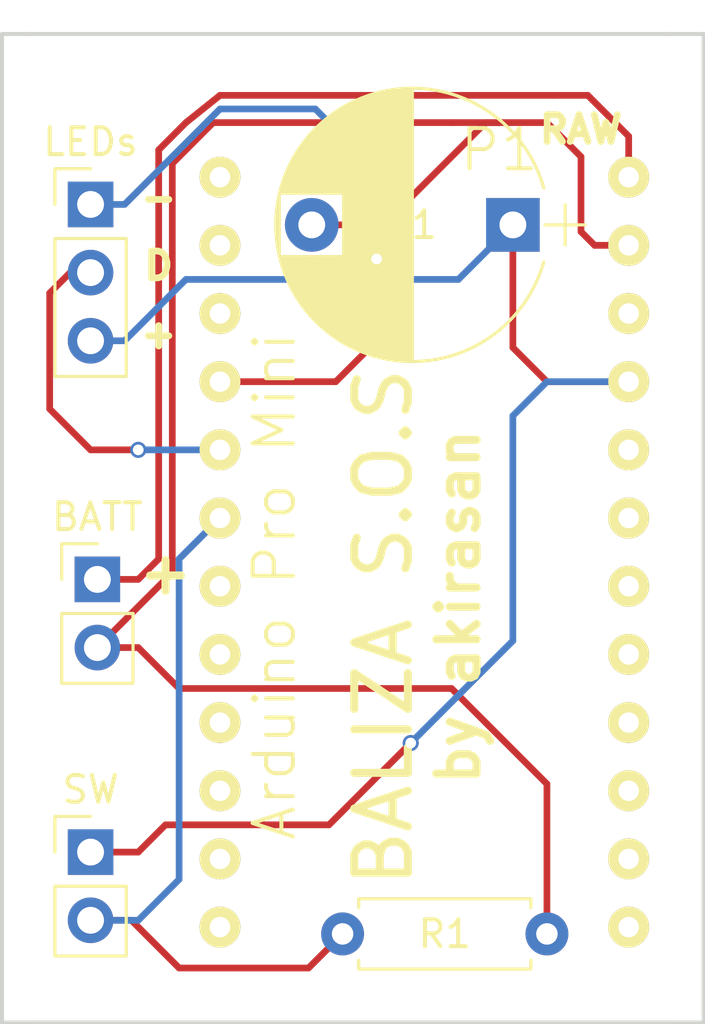
<source format=kicad_pcb>
(kicad_pcb (version 4) (host pcbnew 4.0.7-e2-6376~58~ubuntu16.04.1)

  (general
    (links 11)
    (no_connects 0)
    (area 143.434999 104.198 169.747001 142.577)
    (thickness 1.6)
    (drawings 16)
    (tracks 67)
    (zones 0)
    (modules 6)
    (nets 7)
  )

  (page A4)
  (title_block
    (title "Baliza vial SOS")
  )

  (layers
    (0 F.Cu signal)
    (31 B.Cu signal)
    (32 B.Adhes user)
    (33 F.Adhes user)
    (34 B.Paste user)
    (35 F.Paste user)
    (36 B.SilkS user)
    (37 F.SilkS user)
    (38 B.Mask user)
    (39 F.Mask user)
    (40 Dwgs.User user)
    (41 Cmts.User user)
    (42 Eco1.User user)
    (43 Eco2.User user)
    (44 Edge.Cuts user)
    (45 Margin user)
    (46 B.CrtYd user)
    (47 F.CrtYd user)
    (48 B.Fab user)
    (49 F.Fab user)
  )

  (setup
    (last_trace_width 0.25)
    (user_trace_width 0.4)
    (trace_clearance 0.2)
    (zone_clearance 0.508)
    (zone_45_only no)
    (trace_min 0.2)
    (segment_width 0.2)
    (edge_width 0.15)
    (via_size 0.6)
    (via_drill 0.4)
    (via_min_size 0.4)
    (via_min_drill 0.3)
    (uvia_size 0.3)
    (uvia_drill 0.1)
    (uvias_allowed no)
    (uvia_min_size 0.2)
    (uvia_min_drill 0.1)
    (pcb_text_width 0.3)
    (pcb_text_size 1.5 1.5)
    (mod_edge_width 0.15)
    (mod_text_size 1 1)
    (mod_text_width 0.15)
    (pad_size 1.524 1.524)
    (pad_drill 0.762)
    (pad_to_mask_clearance 0.2)
    (aux_axis_origin 0 0)
    (visible_elements FFFFFF7F)
    (pcbplotparams
      (layerselection 0x010f0_80000001)
      (usegerberextensions true)
      (excludeedgelayer true)
      (linewidth 0.020000)
      (plotframeref false)
      (viasonmask false)
      (mode 1)
      (useauxorigin false)
      (hpglpennumber 1)
      (hpglpenspeed 20)
      (hpglpendiameter 15)
      (hpglpenoverlay 2)
      (psnegative false)
      (psa4output false)
      (plotreference true)
      (plotvalue false)
      (plotinvisibletext false)
      (padsonsilk false)
      (subtractmaskfromsilk false)
      (outputformat 1)
      (mirror false)
      (drillshape 0)
      (scaleselection 1)
      (outputdirectory Gerber))
  )

  (net 0 "")
  (net 1 "Net-(C1-Pad1)")
  (net 2 "Net-(J1-Pad1)")
  (net 3 "Net-(J1-Pad2)")
  (net 4 VCC)
  (net 5 GND)
  (net 6 "Net-(J3-Pad2)")

  (net_class Default "This is the default net class."
    (clearance 0.2)
    (trace_width 0.25)
    (via_dia 0.6)
    (via_drill 0.4)
    (uvia_dia 0.3)
    (uvia_drill 0.1)
    (add_net GND)
    (add_net "Net-(C1-Pad1)")
    (add_net "Net-(J1-Pad1)")
    (add_net "Net-(J1-Pad2)")
    (add_net "Net-(J3-Pad2)")
    (add_net VCC)
  )

  (module ArduinoProMini:ArduProMini-6 (layer F.Cu) (tedit 5A4E5931) (tstamp 5A4E4996)
    (at 149.098 104.648)
    (path /5A4B8CEC)
    (fp_text reference P1 (at 12.954 5.334) (layer F.SilkS)
      (effects (font (size 1.5 1.5) (thickness 0.15)))
    )
    (fp_text value "Arduino Pro Mini" (at 4.572 21.59 90) (layer F.SilkS)
      (effects (font (size 1.5 1.5) (thickness 0.15)))
    )
    (pad 7 thru_hole circle (at 2.54 6.35) (size 1.524 1.524) (drill 0.762) (layers *.Cu *.Mask F.SilkS))
    (pad 8 thru_hole circle (at 2.54 8.89) (size 1.524 1.524) (drill 0.762) (layers *.Cu *.Mask F.SilkS))
    (pad 9 thru_hole circle (at 2.54 11.43) (size 1.524 1.524) (drill 0.762) (layers *.Cu *.Mask F.SilkS))
    (pad 10 thru_hole circle (at 2.54 13.97) (size 1.524 1.524) (drill 0.762) (layers *.Cu *.Mask F.SilkS)
      (net 2 "Net-(J1-Pad1)"))
    (pad 11 thru_hole circle (at 2.54 16.51) (size 1.524 1.524) (drill 0.762) (layers *.Cu *.Mask F.SilkS)
      (net 3 "Net-(J1-Pad2)"))
    (pad 12 thru_hole circle (at 2.54 19.05) (size 1.524 1.524) (drill 0.762) (layers *.Cu *.Mask F.SilkS)
      (net 6 "Net-(J3-Pad2)"))
    (pad 13 thru_hole circle (at 2.54 21.59) (size 1.524 1.524) (drill 0.762) (layers *.Cu *.Mask F.SilkS))
    (pad 14 thru_hole circle (at 2.54 24.13) (size 1.524 1.524) (drill 0.762) (layers *.Cu *.Mask F.SilkS))
    (pad 15 thru_hole circle (at 2.54 26.67) (size 1.524 1.524) (drill 0.762) (layers *.Cu *.Mask F.SilkS))
    (pad 16 thru_hole circle (at 2.54 29.21) (size 1.524 1.524) (drill 0.762) (layers *.Cu *.Mask F.SilkS))
    (pad 17 thru_hole circle (at 2.54 31.75) (size 1.524 1.524) (drill 0.762) (layers *.Cu *.Mask F.SilkS))
    (pad 18 thru_hole circle (at 2.54 34.29) (size 1.524 1.524) (drill 0.762) (layers *.Cu *.Mask F.SilkS))
    (pad 19 thru_hole circle (at 17.78 6.35) (size 1.524 1.524) (drill 0.762) (layers *.Cu *.Mask F.SilkS)
      (net 4 VCC))
    (pad 20 thru_hole circle (at 17.78 8.89) (size 1.524 1.524) (drill 0.762) (layers *.Cu *.Mask F.SilkS)
      (net 5 GND))
    (pad 21 thru_hole circle (at 17.78 11.43) (size 1.524 1.524) (drill 0.762) (layers *.Cu *.Mask F.SilkS))
    (pad 22 thru_hole circle (at 17.78 13.97) (size 1.524 1.524) (drill 0.762) (layers *.Cu *.Mask F.SilkS)
      (net 1 "Net-(C1-Pad1)"))
    (pad 23 thru_hole circle (at 17.78 16.51) (size 1.524 1.524) (drill 0.762) (layers *.Cu *.Mask F.SilkS))
    (pad 24 thru_hole circle (at 17.78 19.05) (size 1.524 1.524) (drill 0.762) (layers *.Cu *.Mask F.SilkS))
    (pad 25 thru_hole circle (at 17.78 21.59) (size 1.524 1.524) (drill 0.762) (layers *.Cu *.Mask F.SilkS))
    (pad 26 thru_hole circle (at 17.78 24.13) (size 1.524 1.524) (drill 0.762) (layers *.Cu *.Mask F.SilkS))
    (pad 27 thru_hole circle (at 17.78 26.67) (size 1.524 1.524) (drill 0.762) (layers *.Cu *.Mask F.SilkS))
    (pad 28 thru_hole circle (at 17.78 29.21) (size 1.524 1.524) (drill 0.762) (layers *.Cu *.Mask F.SilkS))
    (pad 29 thru_hole circle (at 17.78 31.75) (size 1.524 1.524) (drill 0.762) (layers *.Cu *.Mask F.SilkS))
    (pad 30 thru_hole circle (at 17.78 34.29) (size 1.524 1.524) (drill 0.762) (layers *.Cu *.Mask F.SilkS))
  )

  (module Capacitors_THT:CP_Radial_D10.0mm_P7.50mm (layer F.Cu) (tedit 5A4E596D) (tstamp 5A4E3BF6)
    (at 162.56 112.776 180)
    (descr "CP, Radial series, Radial, pin pitch=7.50mm, , diameter=10mm, Electrolytic Capacitor")
    (tags "CP Radial series Radial pin pitch 7.50mm  diameter 10mm Electrolytic Capacitor")
    (path /5A4B8F88)
    (fp_text reference C1 (at 3.81 0 180) (layer F.SilkS)
      (effects (font (size 1 1) (thickness 0.15)))
    )
    (fp_text value CP (at 3.75 6.31 180) (layer F.Fab)
      (effects (font (size 1 1) (thickness 0.15)))
    )
    (fp_arc (start 3.75 0) (end -1.149357 -1.38) (angle 148.5) (layer F.SilkS) (width 0.12))
    (fp_arc (start 3.75 0) (end -1.149357 1.38) (angle -148.5) (layer F.SilkS) (width 0.12))
    (fp_arc (start 3.75 0) (end 8.649357 -1.38) (angle 31.5) (layer F.SilkS) (width 0.12))
    (fp_circle (center 3.75 0) (end 8.75 0) (layer F.Fab) (width 0.1))
    (fp_line (start -2.7 0) (end -1.2 0) (layer F.Fab) (width 0.1))
    (fp_line (start -1.95 -0.75) (end -1.95 0.75) (layer F.Fab) (width 0.1))
    (fp_line (start 3.75 -5.05) (end 3.75 5.05) (layer F.SilkS) (width 0.12))
    (fp_line (start 3.79 -5.05) (end 3.79 5.05) (layer F.SilkS) (width 0.12))
    (fp_line (start 3.83 -5.05) (end 3.83 5.05) (layer F.SilkS) (width 0.12))
    (fp_line (start 3.87 -5.049) (end 3.87 5.049) (layer F.SilkS) (width 0.12))
    (fp_line (start 3.91 -5.048) (end 3.91 5.048) (layer F.SilkS) (width 0.12))
    (fp_line (start 3.95 -5.047) (end 3.95 5.047) (layer F.SilkS) (width 0.12))
    (fp_line (start 3.99 -5.045) (end 3.99 5.045) (layer F.SilkS) (width 0.12))
    (fp_line (start 4.03 -5.043) (end 4.03 5.043) (layer F.SilkS) (width 0.12))
    (fp_line (start 4.07 -5.04) (end 4.07 5.04) (layer F.SilkS) (width 0.12))
    (fp_line (start 4.11 -5.038) (end 4.11 5.038) (layer F.SilkS) (width 0.12))
    (fp_line (start 4.15 -5.035) (end 4.15 5.035) (layer F.SilkS) (width 0.12))
    (fp_line (start 4.19 -5.031) (end 4.19 5.031) (layer F.SilkS) (width 0.12))
    (fp_line (start 4.23 -5.028) (end 4.23 5.028) (layer F.SilkS) (width 0.12))
    (fp_line (start 4.27 -5.024) (end 4.27 5.024) (layer F.SilkS) (width 0.12))
    (fp_line (start 4.31 -5.02) (end 4.31 5.02) (layer F.SilkS) (width 0.12))
    (fp_line (start 4.35 -5.015) (end 4.35 5.015) (layer F.SilkS) (width 0.12))
    (fp_line (start 4.39 -5.01) (end 4.39 5.01) (layer F.SilkS) (width 0.12))
    (fp_line (start 4.43 -5.005) (end 4.43 5.005) (layer F.SilkS) (width 0.12))
    (fp_line (start 4.471 -4.999) (end 4.471 4.999) (layer F.SilkS) (width 0.12))
    (fp_line (start 4.511 -4.993) (end 4.511 4.993) (layer F.SilkS) (width 0.12))
    (fp_line (start 4.551 -4.987) (end 4.551 4.987) (layer F.SilkS) (width 0.12))
    (fp_line (start 4.591 -4.981) (end 4.591 4.981) (layer F.SilkS) (width 0.12))
    (fp_line (start 4.631 -4.974) (end 4.631 4.974) (layer F.SilkS) (width 0.12))
    (fp_line (start 4.671 -4.967) (end 4.671 4.967) (layer F.SilkS) (width 0.12))
    (fp_line (start 4.711 -4.959) (end 4.711 4.959) (layer F.SilkS) (width 0.12))
    (fp_line (start 4.751 -4.951) (end 4.751 4.951) (layer F.SilkS) (width 0.12))
    (fp_line (start 4.791 -4.943) (end 4.791 4.943) (layer F.SilkS) (width 0.12))
    (fp_line (start 4.831 -4.935) (end 4.831 4.935) (layer F.SilkS) (width 0.12))
    (fp_line (start 4.871 -4.926) (end 4.871 4.926) (layer F.SilkS) (width 0.12))
    (fp_line (start 4.911 -4.917) (end 4.911 4.917) (layer F.SilkS) (width 0.12))
    (fp_line (start 4.951 -4.907) (end 4.951 4.907) (layer F.SilkS) (width 0.12))
    (fp_line (start 4.991 -4.897) (end 4.991 4.897) (layer F.SilkS) (width 0.12))
    (fp_line (start 5.031 -4.887) (end 5.031 4.887) (layer F.SilkS) (width 0.12))
    (fp_line (start 5.071 -4.876) (end 5.071 4.876) (layer F.SilkS) (width 0.12))
    (fp_line (start 5.111 -4.865) (end 5.111 4.865) (layer F.SilkS) (width 0.12))
    (fp_line (start 5.151 -4.854) (end 5.151 4.854) (layer F.SilkS) (width 0.12))
    (fp_line (start 5.191 -4.843) (end 5.191 4.843) (layer F.SilkS) (width 0.12))
    (fp_line (start 5.231 -4.831) (end 5.231 4.831) (layer F.SilkS) (width 0.12))
    (fp_line (start 5.271 -4.818) (end 5.271 4.818) (layer F.SilkS) (width 0.12))
    (fp_line (start 5.311 -4.806) (end 5.311 4.806) (layer F.SilkS) (width 0.12))
    (fp_line (start 5.351 -4.792) (end 5.351 4.792) (layer F.SilkS) (width 0.12))
    (fp_line (start 5.391 -4.779) (end 5.391 4.779) (layer F.SilkS) (width 0.12))
    (fp_line (start 5.431 -4.765) (end 5.431 4.765) (layer F.SilkS) (width 0.12))
    (fp_line (start 5.471 -4.751) (end 5.471 4.751) (layer F.SilkS) (width 0.12))
    (fp_line (start 5.511 -4.737) (end 5.511 4.737) (layer F.SilkS) (width 0.12))
    (fp_line (start 5.551 -4.722) (end 5.551 4.722) (layer F.SilkS) (width 0.12))
    (fp_line (start 5.591 -4.706) (end 5.591 4.706) (layer F.SilkS) (width 0.12))
    (fp_line (start 5.631 -4.691) (end 5.631 4.691) (layer F.SilkS) (width 0.12))
    (fp_line (start 5.671 -4.674) (end 5.671 4.674) (layer F.SilkS) (width 0.12))
    (fp_line (start 5.711 -4.658) (end 5.711 4.658) (layer F.SilkS) (width 0.12))
    (fp_line (start 5.751 -4.641) (end 5.751 4.641) (layer F.SilkS) (width 0.12))
    (fp_line (start 5.791 -4.624) (end 5.791 4.624) (layer F.SilkS) (width 0.12))
    (fp_line (start 5.831 -4.606) (end 5.831 4.606) (layer F.SilkS) (width 0.12))
    (fp_line (start 5.871 -4.588) (end 5.871 4.588) (layer F.SilkS) (width 0.12))
    (fp_line (start 5.911 -4.569) (end 5.911 4.569) (layer F.SilkS) (width 0.12))
    (fp_line (start 5.951 -4.55) (end 5.951 4.55) (layer F.SilkS) (width 0.12))
    (fp_line (start 5.991 -4.531) (end 5.991 4.531) (layer F.SilkS) (width 0.12))
    (fp_line (start 6.031 -4.511) (end 6.031 4.511) (layer F.SilkS) (width 0.12))
    (fp_line (start 6.071 -4.491) (end 6.071 4.491) (layer F.SilkS) (width 0.12))
    (fp_line (start 6.111 -4.47) (end 6.111 4.47) (layer F.SilkS) (width 0.12))
    (fp_line (start 6.151 -4.449) (end 6.151 4.449) (layer F.SilkS) (width 0.12))
    (fp_line (start 6.191 -4.428) (end 6.191 4.428) (layer F.SilkS) (width 0.12))
    (fp_line (start 6.231 -4.405) (end 6.231 4.405) (layer F.SilkS) (width 0.12))
    (fp_line (start 6.271 -4.383) (end 6.271 4.383) (layer F.SilkS) (width 0.12))
    (fp_line (start 6.311 -4.36) (end 6.311 4.36) (layer F.SilkS) (width 0.12))
    (fp_line (start 6.351 -4.336) (end 6.351 -1.181) (layer F.SilkS) (width 0.12))
    (fp_line (start 6.351 1.181) (end 6.351 4.336) (layer F.SilkS) (width 0.12))
    (fp_line (start 6.391 -4.312) (end 6.391 -1.181) (layer F.SilkS) (width 0.12))
    (fp_line (start 6.391 1.181) (end 6.391 4.312) (layer F.SilkS) (width 0.12))
    (fp_line (start 6.431 -4.288) (end 6.431 -1.181) (layer F.SilkS) (width 0.12))
    (fp_line (start 6.431 1.181) (end 6.431 4.288) (layer F.SilkS) (width 0.12))
    (fp_line (start 6.471 -4.263) (end 6.471 -1.181) (layer F.SilkS) (width 0.12))
    (fp_line (start 6.471 1.181) (end 6.471 4.263) (layer F.SilkS) (width 0.12))
    (fp_line (start 6.511 -4.237) (end 6.511 -1.181) (layer F.SilkS) (width 0.12))
    (fp_line (start 6.511 1.181) (end 6.511 4.237) (layer F.SilkS) (width 0.12))
    (fp_line (start 6.551 -4.211) (end 6.551 -1.181) (layer F.SilkS) (width 0.12))
    (fp_line (start 6.551 1.181) (end 6.551 4.211) (layer F.SilkS) (width 0.12))
    (fp_line (start 6.591 -4.185) (end 6.591 -1.181) (layer F.SilkS) (width 0.12))
    (fp_line (start 6.591 1.181) (end 6.591 4.185) (layer F.SilkS) (width 0.12))
    (fp_line (start 6.631 -4.157) (end 6.631 -1.181) (layer F.SilkS) (width 0.12))
    (fp_line (start 6.631 1.181) (end 6.631 4.157) (layer F.SilkS) (width 0.12))
    (fp_line (start 6.671 -4.13) (end 6.671 -1.181) (layer F.SilkS) (width 0.12))
    (fp_line (start 6.671 1.181) (end 6.671 4.13) (layer F.SilkS) (width 0.12))
    (fp_line (start 6.711 -4.101) (end 6.711 -1.181) (layer F.SilkS) (width 0.12))
    (fp_line (start 6.711 1.181) (end 6.711 4.101) (layer F.SilkS) (width 0.12))
    (fp_line (start 6.751 -4.072) (end 6.751 -1.181) (layer F.SilkS) (width 0.12))
    (fp_line (start 6.751 1.181) (end 6.751 4.072) (layer F.SilkS) (width 0.12))
    (fp_line (start 6.791 -4.043) (end 6.791 -1.181) (layer F.SilkS) (width 0.12))
    (fp_line (start 6.791 1.181) (end 6.791 4.043) (layer F.SilkS) (width 0.12))
    (fp_line (start 6.831 -4.013) (end 6.831 -1.181) (layer F.SilkS) (width 0.12))
    (fp_line (start 6.831 1.181) (end 6.831 4.013) (layer F.SilkS) (width 0.12))
    (fp_line (start 6.871 -3.982) (end 6.871 -1.181) (layer F.SilkS) (width 0.12))
    (fp_line (start 6.871 1.181) (end 6.871 3.982) (layer F.SilkS) (width 0.12))
    (fp_line (start 6.911 -3.951) (end 6.911 -1.181) (layer F.SilkS) (width 0.12))
    (fp_line (start 6.911 1.181) (end 6.911 3.951) (layer F.SilkS) (width 0.12))
    (fp_line (start 6.951 -3.919) (end 6.951 -1.181) (layer F.SilkS) (width 0.12))
    (fp_line (start 6.951 1.181) (end 6.951 3.919) (layer F.SilkS) (width 0.12))
    (fp_line (start 6.991 -3.886) (end 6.991 -1.181) (layer F.SilkS) (width 0.12))
    (fp_line (start 6.991 1.181) (end 6.991 3.886) (layer F.SilkS) (width 0.12))
    (fp_line (start 7.031 -3.853) (end 7.031 -1.181) (layer F.SilkS) (width 0.12))
    (fp_line (start 7.031 1.181) (end 7.031 3.853) (layer F.SilkS) (width 0.12))
    (fp_line (start 7.071 -3.819) (end 7.071 -1.181) (layer F.SilkS) (width 0.12))
    (fp_line (start 7.071 1.181) (end 7.071 3.819) (layer F.SilkS) (width 0.12))
    (fp_line (start 7.111 -3.784) (end 7.111 -1.181) (layer F.SilkS) (width 0.12))
    (fp_line (start 7.111 1.181) (end 7.111 3.784) (layer F.SilkS) (width 0.12))
    (fp_line (start 7.151 -3.748) (end 7.151 -1.181) (layer F.SilkS) (width 0.12))
    (fp_line (start 7.151 1.181) (end 7.151 3.748) (layer F.SilkS) (width 0.12))
    (fp_line (start 7.191 -3.712) (end 7.191 -1.181) (layer F.SilkS) (width 0.12))
    (fp_line (start 7.191 1.181) (end 7.191 3.712) (layer F.SilkS) (width 0.12))
    (fp_line (start 7.231 -3.675) (end 7.231 -1.181) (layer F.SilkS) (width 0.12))
    (fp_line (start 7.231 1.181) (end 7.231 3.675) (layer F.SilkS) (width 0.12))
    (fp_line (start 7.271 -3.637) (end 7.271 -1.181) (layer F.SilkS) (width 0.12))
    (fp_line (start 7.271 1.181) (end 7.271 3.637) (layer F.SilkS) (width 0.12))
    (fp_line (start 7.311 -3.598) (end 7.311 -1.181) (layer F.SilkS) (width 0.12))
    (fp_line (start 7.311 1.181) (end 7.311 3.598) (layer F.SilkS) (width 0.12))
    (fp_line (start 7.351 -3.559) (end 7.351 -1.181) (layer F.SilkS) (width 0.12))
    (fp_line (start 7.351 1.181) (end 7.351 3.559) (layer F.SilkS) (width 0.12))
    (fp_line (start 7.391 -3.518) (end 7.391 -1.181) (layer F.SilkS) (width 0.12))
    (fp_line (start 7.391 1.181) (end 7.391 3.518) (layer F.SilkS) (width 0.12))
    (fp_line (start 7.431 -3.477) (end 7.431 -1.181) (layer F.SilkS) (width 0.12))
    (fp_line (start 7.431 1.181) (end 7.431 3.477) (layer F.SilkS) (width 0.12))
    (fp_line (start 7.471 -3.435) (end 7.471 -1.181) (layer F.SilkS) (width 0.12))
    (fp_line (start 7.471 1.181) (end 7.471 3.435) (layer F.SilkS) (width 0.12))
    (fp_line (start 7.511 -3.391) (end 7.511 -1.181) (layer F.SilkS) (width 0.12))
    (fp_line (start 7.511 1.181) (end 7.511 3.391) (layer F.SilkS) (width 0.12))
    (fp_line (start 7.551 -3.347) (end 7.551 -1.181) (layer F.SilkS) (width 0.12))
    (fp_line (start 7.551 1.181) (end 7.551 3.347) (layer F.SilkS) (width 0.12))
    (fp_line (start 7.591 -3.302) (end 7.591 -1.181) (layer F.SilkS) (width 0.12))
    (fp_line (start 7.591 1.181) (end 7.591 3.302) (layer F.SilkS) (width 0.12))
    (fp_line (start 7.631 -3.255) (end 7.631 -1.181) (layer F.SilkS) (width 0.12))
    (fp_line (start 7.631 1.181) (end 7.631 3.255) (layer F.SilkS) (width 0.12))
    (fp_line (start 7.671 -3.207) (end 7.671 -1.181) (layer F.SilkS) (width 0.12))
    (fp_line (start 7.671 1.181) (end 7.671 3.207) (layer F.SilkS) (width 0.12))
    (fp_line (start 7.711 -3.158) (end 7.711 -1.181) (layer F.SilkS) (width 0.12))
    (fp_line (start 7.711 1.181) (end 7.711 3.158) (layer F.SilkS) (width 0.12))
    (fp_line (start 7.751 -3.108) (end 7.751 -1.181) (layer F.SilkS) (width 0.12))
    (fp_line (start 7.751 1.181) (end 7.751 3.108) (layer F.SilkS) (width 0.12))
    (fp_line (start 7.791 -3.057) (end 7.791 -1.181) (layer F.SilkS) (width 0.12))
    (fp_line (start 7.791 1.181) (end 7.791 3.057) (layer F.SilkS) (width 0.12))
    (fp_line (start 7.831 -3.004) (end 7.831 -1.181) (layer F.SilkS) (width 0.12))
    (fp_line (start 7.831 1.181) (end 7.831 3.004) (layer F.SilkS) (width 0.12))
    (fp_line (start 7.871 -2.949) (end 7.871 -1.181) (layer F.SilkS) (width 0.12))
    (fp_line (start 7.871 1.181) (end 7.871 2.949) (layer F.SilkS) (width 0.12))
    (fp_line (start 7.911 -2.894) (end 7.911 -1.181) (layer F.SilkS) (width 0.12))
    (fp_line (start 7.911 1.181) (end 7.911 2.894) (layer F.SilkS) (width 0.12))
    (fp_line (start 7.951 -2.836) (end 7.951 -1.181) (layer F.SilkS) (width 0.12))
    (fp_line (start 7.951 1.181) (end 7.951 2.836) (layer F.SilkS) (width 0.12))
    (fp_line (start 7.991 -2.777) (end 7.991 -1.181) (layer F.SilkS) (width 0.12))
    (fp_line (start 7.991 1.181) (end 7.991 2.777) (layer F.SilkS) (width 0.12))
    (fp_line (start 8.031 -2.715) (end 8.031 -1.181) (layer F.SilkS) (width 0.12))
    (fp_line (start 8.031 1.181) (end 8.031 2.715) (layer F.SilkS) (width 0.12))
    (fp_line (start 8.071 -2.652) (end 8.071 -1.181) (layer F.SilkS) (width 0.12))
    (fp_line (start 8.071 1.181) (end 8.071 2.652) (layer F.SilkS) (width 0.12))
    (fp_line (start 8.111 -2.587) (end 8.111 -1.181) (layer F.SilkS) (width 0.12))
    (fp_line (start 8.111 1.181) (end 8.111 2.587) (layer F.SilkS) (width 0.12))
    (fp_line (start 8.151 -2.519) (end 8.151 -1.181) (layer F.SilkS) (width 0.12))
    (fp_line (start 8.151 1.181) (end 8.151 2.519) (layer F.SilkS) (width 0.12))
    (fp_line (start 8.191 -2.449) (end 8.191 -1.181) (layer F.SilkS) (width 0.12))
    (fp_line (start 8.191 1.181) (end 8.191 2.449) (layer F.SilkS) (width 0.12))
    (fp_line (start 8.231 -2.377) (end 8.231 -1.181) (layer F.SilkS) (width 0.12))
    (fp_line (start 8.231 1.181) (end 8.231 2.377) (layer F.SilkS) (width 0.12))
    (fp_line (start 8.271 -2.301) (end 8.271 -1.181) (layer F.SilkS) (width 0.12))
    (fp_line (start 8.271 1.181) (end 8.271 2.301) (layer F.SilkS) (width 0.12))
    (fp_line (start 8.311 -2.222) (end 8.311 -1.181) (layer F.SilkS) (width 0.12))
    (fp_line (start 8.311 1.181) (end 8.311 2.222) (layer F.SilkS) (width 0.12))
    (fp_line (start 8.351 -2.14) (end 8.351 -1.181) (layer F.SilkS) (width 0.12))
    (fp_line (start 8.351 1.181) (end 8.351 2.14) (layer F.SilkS) (width 0.12))
    (fp_line (start 8.391 -2.053) (end 8.391 -1.181) (layer F.SilkS) (width 0.12))
    (fp_line (start 8.391 1.181) (end 8.391 2.053) (layer F.SilkS) (width 0.12))
    (fp_line (start 8.431 -1.962) (end 8.431 -1.181) (layer F.SilkS) (width 0.12))
    (fp_line (start 8.431 1.181) (end 8.431 1.962) (layer F.SilkS) (width 0.12))
    (fp_line (start 8.471 -1.866) (end 8.471 -1.181) (layer F.SilkS) (width 0.12))
    (fp_line (start 8.471 1.181) (end 8.471 1.866) (layer F.SilkS) (width 0.12))
    (fp_line (start 8.511 -1.763) (end 8.511 -1.181) (layer F.SilkS) (width 0.12))
    (fp_line (start 8.511 1.181) (end 8.511 1.763) (layer F.SilkS) (width 0.12))
    (fp_line (start 8.551 -1.654) (end 8.551 -1.181) (layer F.SilkS) (width 0.12))
    (fp_line (start 8.551 1.181) (end 8.551 1.654) (layer F.SilkS) (width 0.12))
    (fp_line (start 8.591 -1.536) (end 8.591 -1.181) (layer F.SilkS) (width 0.12))
    (fp_line (start 8.591 1.181) (end 8.591 1.536) (layer F.SilkS) (width 0.12))
    (fp_line (start 8.631 -1.407) (end 8.631 -1.181) (layer F.SilkS) (width 0.12))
    (fp_line (start 8.631 1.181) (end 8.631 1.407) (layer F.SilkS) (width 0.12))
    (fp_line (start 8.671 -1.265) (end 8.671 -1.181) (layer F.SilkS) (width 0.12))
    (fp_line (start 8.671 1.181) (end 8.671 1.265) (layer F.SilkS) (width 0.12))
    (fp_line (start 8.711 -1.104) (end 8.711 1.104) (layer F.SilkS) (width 0.12))
    (fp_line (start 8.751 -0.913) (end 8.751 0.913) (layer F.SilkS) (width 0.12))
    (fp_line (start 8.791 -0.672) (end 8.791 0.672) (layer F.SilkS) (width 0.12))
    (fp_line (start 8.831 -0.279) (end 8.831 0.279) (layer F.SilkS) (width 0.12))
    (fp_line (start -2.7 0) (end -1.2 0) (layer F.SilkS) (width 0.12))
    (fp_line (start -1.95 -0.75) (end -1.95 0.75) (layer F.SilkS) (width 0.12))
    (fp_line (start -1.6 -5.35) (end -1.6 5.35) (layer F.CrtYd) (width 0.05))
    (fp_line (start -1.6 5.35) (end 9.1 5.35) (layer F.CrtYd) (width 0.05))
    (fp_line (start 9.1 5.35) (end 9.1 -5.35) (layer F.CrtYd) (width 0.05))
    (fp_line (start 9.1 -5.35) (end -1.6 -5.35) (layer F.CrtYd) (width 0.05))
    (fp_text user %R (at 3.75 0 180) (layer F.Fab)
      (effects (font (size 1 1) (thickness 0.15)))
    )
    (pad 1 thru_hole rect (at 0 0 180) (size 2 2) (drill 1) (layers *.Cu *.Mask)
      (net 1 "Net-(C1-Pad1)"))
    (pad 2 thru_hole circle (at 7.5 0 180) (size 2 2) (drill 1) (layers *.Cu *.Mask)
      (net 5 GND))
    (model ${KISYS3DMOD}/Capacitors_THT.3dshapes/CP_Radial_D10.0mm_P7.50mm.wrl
      (at (xyz 0 0 0))
      (scale (xyz 1 1 1))
      (rotate (xyz 0 0 0))
    )
  )

  (module Resistors_THT:R_Axial_DIN0207_L6.3mm_D2.5mm_P7.62mm_Horizontal (layer F.Cu) (tedit 5A4E4B40) (tstamp 5A4E430D)
    (at 156.21 139.192)
    (descr "Resistor, Axial_DIN0207 series, Axial, Horizontal, pin pitch=7.62mm, 0.25W = 1/4W, length*diameter=6.3*2.5mm^2, http://cdn-reichelt.de/documents/datenblatt/B400/1_4W%23YAG.pdf")
    (tags "Resistor Axial_DIN0207 series Axial Horizontal pin pitch 7.62mm 0.25W = 1/4W length 6.3mm diameter 2.5mm")
    (path /5A4E4279)
    (fp_text reference R1 (at 3.81 0 180) (layer F.SilkS)
      (effects (font (size 1 1) (thickness 0.15)))
    )
    (fp_text value R (at 3.81 2.31) (layer F.Fab)
      (effects (font (size 1 1) (thickness 0.15)))
    )
    (fp_line (start 0.66 -1.25) (end 0.66 1.25) (layer F.Fab) (width 0.1))
    (fp_line (start 0.66 1.25) (end 6.96 1.25) (layer F.Fab) (width 0.1))
    (fp_line (start 6.96 1.25) (end 6.96 -1.25) (layer F.Fab) (width 0.1))
    (fp_line (start 6.96 -1.25) (end 0.66 -1.25) (layer F.Fab) (width 0.1))
    (fp_line (start 0 0) (end 0.66 0) (layer F.Fab) (width 0.1))
    (fp_line (start 7.62 0) (end 6.96 0) (layer F.Fab) (width 0.1))
    (fp_line (start 0.6 -0.98) (end 0.6 -1.31) (layer F.SilkS) (width 0.12))
    (fp_line (start 0.6 -1.31) (end 7.02 -1.31) (layer F.SilkS) (width 0.12))
    (fp_line (start 7.02 -1.31) (end 7.02 -0.98) (layer F.SilkS) (width 0.12))
    (fp_line (start 0.6 0.98) (end 0.6 1.31) (layer F.SilkS) (width 0.12))
    (fp_line (start 0.6 1.31) (end 7.02 1.31) (layer F.SilkS) (width 0.12))
    (fp_line (start 7.02 1.31) (end 7.02 0.98) (layer F.SilkS) (width 0.12))
    (fp_line (start -1.05 -1.6) (end -1.05 1.6) (layer F.CrtYd) (width 0.05))
    (fp_line (start -1.05 1.6) (end 8.7 1.6) (layer F.CrtYd) (width 0.05))
    (fp_line (start 8.7 1.6) (end 8.7 -1.6) (layer F.CrtYd) (width 0.05))
    (fp_line (start 8.7 -1.6) (end -1.05 -1.6) (layer F.CrtYd) (width 0.05))
    (pad 1 thru_hole circle (at 0 0) (size 1.6 1.6) (drill 0.8) (layers *.Cu *.Mask)
      (net 6 "Net-(J3-Pad2)"))
    (pad 2 thru_hole oval (at 7.62 0) (size 1.6 1.6) (drill 0.8) (layers *.Cu *.Mask)
      (net 5 GND))
    (model ${KISYS3DMOD}/Resistors_THT.3dshapes/R_Axial_DIN0207_L6.3mm_D2.5mm_P7.62mm_Horizontal.wrl
      (at (xyz 0 0 0))
      (scale (xyz 0.393701 0.393701 0.393701))
      (rotate (xyz 0 0 0))
    )
  )

  (module Pin_Headers:Pin_Header_Straight_1x03_Pitch2.54mm (layer F.Cu) (tedit 5A4E56C9) (tstamp 5A5116DB)
    (at 146.812 112.014)
    (descr "Through hole straight pin header, 1x03, 2.54mm pitch, single row")
    (tags "Through hole pin header THT 1x03 2.54mm single row")
    (path /5A4B90E0)
    (fp_text reference LEDs (at 0 -2.33) (layer F.SilkS)
      (effects (font (size 1 1) (thickness 0.15)))
    )
    (fp_text value LEDs (at 0 7.41) (layer F.Fab)
      (effects (font (size 1 1) (thickness 0.15)))
    )
    (fp_line (start -0.635 -1.27) (end 1.27 -1.27) (layer F.Fab) (width 0.1))
    (fp_line (start 1.27 -1.27) (end 1.27 6.35) (layer F.Fab) (width 0.1))
    (fp_line (start 1.27 6.35) (end -1.27 6.35) (layer F.Fab) (width 0.1))
    (fp_line (start -1.27 6.35) (end -1.27 -0.635) (layer F.Fab) (width 0.1))
    (fp_line (start -1.27 -0.635) (end -0.635 -1.27) (layer F.Fab) (width 0.1))
    (fp_line (start -1.33 6.41) (end 1.33 6.41) (layer F.SilkS) (width 0.12))
    (fp_line (start -1.33 1.27) (end -1.33 6.41) (layer F.SilkS) (width 0.12))
    (fp_line (start 1.33 1.27) (end 1.33 6.41) (layer F.SilkS) (width 0.12))
    (fp_line (start -1.33 1.27) (end 1.33 1.27) (layer F.SilkS) (width 0.12))
    (fp_line (start -1.33 0) (end -1.33 -1.33) (layer F.SilkS) (width 0.12))
    (fp_line (start -1.33 -1.33) (end 0 -1.33) (layer F.SilkS) (width 0.12))
    (fp_line (start -1.8 -1.8) (end -1.8 6.85) (layer F.CrtYd) (width 0.05))
    (fp_line (start -1.8 6.85) (end 1.8 6.85) (layer F.CrtYd) (width 0.05))
    (fp_line (start 1.8 6.85) (end 1.8 -1.8) (layer F.CrtYd) (width 0.05))
    (fp_line (start 1.8 -1.8) (end -1.8 -1.8) (layer F.CrtYd) (width 0.05))
    (fp_text user %R (at 0 2.54 90) (layer F.Fab)
      (effects (font (size 1 1) (thickness 0.15)))
    )
    (pad 1 thru_hole rect (at 0 0) (size 1.7 1.7) (drill 1) (layers *.Cu *.Mask)
      (net 2 "Net-(J1-Pad1)"))
    (pad 2 thru_hole oval (at 0 2.54) (size 1.7 1.7) (drill 1) (layers *.Cu *.Mask)
      (net 3 "Net-(J1-Pad2)"))
    (pad 3 thru_hole oval (at 0 5.08) (size 1.7 1.7) (drill 1) (layers *.Cu *.Mask)
      (net 1 "Net-(C1-Pad1)"))
    (model ${KISYS3DMOD}/Pin_Headers.3dshapes/Pin_Header_Straight_1x03_Pitch2.54mm.wrl
      (at (xyz 0 0 0))
      (scale (xyz 1 1 1))
      (rotate (xyz 0 0 0))
    )
  )

  (module Pin_Headers:Pin_Header_Straight_1x02_Pitch2.54mm (layer F.Cu) (tedit 5A4E56BC) (tstamp 5A5116F1)
    (at 147.066 125.984)
    (descr "Through hole straight pin header, 1x02, 2.54mm pitch, single row")
    (tags "Through hole pin header THT 1x02 2.54mm single row")
    (path /5A4E3DD4)
    (fp_text reference BATT (at 0 -2.33) (layer F.SilkS)
      (effects (font (size 1 1) (thickness 0.15)))
    )
    (fp_text value BATT (at 0 4.87) (layer F.Fab)
      (effects (font (size 1 1) (thickness 0.15)))
    )
    (fp_line (start -0.635 -1.27) (end 1.27 -1.27) (layer F.Fab) (width 0.1))
    (fp_line (start 1.27 -1.27) (end 1.27 3.81) (layer F.Fab) (width 0.1))
    (fp_line (start 1.27 3.81) (end -1.27 3.81) (layer F.Fab) (width 0.1))
    (fp_line (start -1.27 3.81) (end -1.27 -0.635) (layer F.Fab) (width 0.1))
    (fp_line (start -1.27 -0.635) (end -0.635 -1.27) (layer F.Fab) (width 0.1))
    (fp_line (start -1.33 3.87) (end 1.33 3.87) (layer F.SilkS) (width 0.12))
    (fp_line (start -1.33 1.27) (end -1.33 3.87) (layer F.SilkS) (width 0.12))
    (fp_line (start 1.33 1.27) (end 1.33 3.87) (layer F.SilkS) (width 0.12))
    (fp_line (start -1.33 1.27) (end 1.33 1.27) (layer F.SilkS) (width 0.12))
    (fp_line (start -1.33 0) (end -1.33 -1.33) (layer F.SilkS) (width 0.12))
    (fp_line (start -1.33 -1.33) (end 0 -1.33) (layer F.SilkS) (width 0.12))
    (fp_line (start -1.8 -1.8) (end -1.8 4.35) (layer F.CrtYd) (width 0.05))
    (fp_line (start -1.8 4.35) (end 1.8 4.35) (layer F.CrtYd) (width 0.05))
    (fp_line (start 1.8 4.35) (end 1.8 -1.8) (layer F.CrtYd) (width 0.05))
    (fp_line (start 1.8 -1.8) (end -1.8 -1.8) (layer F.CrtYd) (width 0.05))
    (fp_text user %R (at 0 1.27 90) (layer F.Fab)
      (effects (font (size 1 1) (thickness 0.15)))
    )
    (pad 1 thru_hole rect (at 0 0) (size 1.7 1.7) (drill 1) (layers *.Cu *.Mask)
      (net 4 VCC))
    (pad 2 thru_hole oval (at 0 2.54) (size 1.7 1.7) (drill 1) (layers *.Cu *.Mask)
      (net 5 GND))
    (model ${KISYS3DMOD}/Pin_Headers.3dshapes/Pin_Header_Straight_1x02_Pitch2.54mm.wrl
      (at (xyz 0 0 0))
      (scale (xyz 1 1 1))
      (rotate (xyz 0 0 0))
    )
  )

  (module Pin_Headers:Pin_Header_Straight_1x02_Pitch2.54mm (layer F.Cu) (tedit 5A4E56C2) (tstamp 5A511707)
    (at 146.812 136.144)
    (descr "Through hole straight pin header, 1x02, 2.54mm pitch, single row")
    (tags "Through hole pin header THT 1x02 2.54mm single row")
    (path /5A4E419F)
    (fp_text reference SW (at 0 -2.33) (layer F.SilkS)
      (effects (font (size 1 1) (thickness 0.15)))
    )
    (fp_text value SW1 (at 0 4.87) (layer F.Fab)
      (effects (font (size 1 1) (thickness 0.15)))
    )
    (fp_line (start -0.635 -1.27) (end 1.27 -1.27) (layer F.Fab) (width 0.1))
    (fp_line (start 1.27 -1.27) (end 1.27 3.81) (layer F.Fab) (width 0.1))
    (fp_line (start 1.27 3.81) (end -1.27 3.81) (layer F.Fab) (width 0.1))
    (fp_line (start -1.27 3.81) (end -1.27 -0.635) (layer F.Fab) (width 0.1))
    (fp_line (start -1.27 -0.635) (end -0.635 -1.27) (layer F.Fab) (width 0.1))
    (fp_line (start -1.33 3.87) (end 1.33 3.87) (layer F.SilkS) (width 0.12))
    (fp_line (start -1.33 1.27) (end -1.33 3.87) (layer F.SilkS) (width 0.12))
    (fp_line (start 1.33 1.27) (end 1.33 3.87) (layer F.SilkS) (width 0.12))
    (fp_line (start -1.33 1.27) (end 1.33 1.27) (layer F.SilkS) (width 0.12))
    (fp_line (start -1.33 0) (end -1.33 -1.33) (layer F.SilkS) (width 0.12))
    (fp_line (start -1.33 -1.33) (end 0 -1.33) (layer F.SilkS) (width 0.12))
    (fp_line (start -1.8 -1.8) (end -1.8 4.35) (layer F.CrtYd) (width 0.05))
    (fp_line (start -1.8 4.35) (end 1.8 4.35) (layer F.CrtYd) (width 0.05))
    (fp_line (start 1.8 4.35) (end 1.8 -1.8) (layer F.CrtYd) (width 0.05))
    (fp_line (start 1.8 -1.8) (end -1.8 -1.8) (layer F.CrtYd) (width 0.05))
    (fp_text user %R (at 0 1.27 90) (layer F.Fab)
      (effects (font (size 1 1) (thickness 0.15)))
    )
    (pad 1 thru_hole rect (at 0 0) (size 1.7 1.7) (drill 1) (layers *.Cu *.Mask)
      (net 1 "Net-(C1-Pad1)"))
    (pad 2 thru_hole oval (at 0 2.54) (size 1.7 1.7) (drill 1) (layers *.Cu *.Mask)
      (net 6 "Net-(J3-Pad2)"))
    (model ${KISYS3DMOD}/Pin_Headers.3dshapes/Pin_Header_Straight_1x02_Pitch2.54mm.wrl
      (at (xyz 0 0 0))
      (scale (xyz 1 1 1))
      (rotate (xyz 0 0 0))
    )
  )

  (gr_line (start 143.51 142.494) (end 144.526 142.494) (angle 90) (layer Edge.Cuts) (width 0.15))
  (gr_line (start 143.51 105.664) (end 143.51 142.494) (angle 90) (layer Edge.Cuts) (width 0.15))
  (gr_line (start 144.526 105.664) (end 143.51 105.664) (angle 90) (layer Edge.Cuts) (width 0.15))
  (gr_line (start 169.672 142.494) (end 168.402 142.494) (angle 90) (layer Edge.Cuts) (width 0.15))
  (gr_line (start 169.672 105.664) (end 169.672 142.494) (angle 90) (layer Edge.Cuts) (width 0.15))
  (gr_line (start 168.402 105.664) (end 169.672 105.664) (angle 90) (layer Edge.Cuts) (width 0.15))
  (gr_text "by akirasan" (at 160.528 127 90) (layer F.SilkS)
    (effects (font (size 1.5 1.5) (thickness 0.3)))
  )
  (gr_text RAW (at 165.1 109.22) (layer F.SilkS)
    (effects (font (size 1 1) (thickness 0.25)))
  )
  (gr_text "BALIZA S.O.S" (at 157.734 127.762 90) (layer F.SilkS)
    (effects (font (size 2 2) (thickness 0.3)))
  )
  (gr_text D (at 149.352 114.3) (layer F.SilkS)
    (effects (font (size 1 1) (thickness 0.25)))
  )
  (gr_text - (at 149.352 111.76) (layer F.SilkS)
    (effects (font (size 1 1) (thickness 0.25)))
  )
  (gr_text + (at 149.352 116.84) (layer F.SilkS)
    (effects (font (size 1 1) (thickness 0.25)))
  )
  (gr_line (start 144.526 105.664) (end 168.402 105.664) (angle 90) (layer Edge.Cuts) (width 0.15))
  (gr_line (start 144.526 142.494) (end 168.402 142.494) (angle 90) (layer Edge.Cuts) (width 0.15))
  (gr_text + (at 149.606 125.73) (layer F.SilkS)
    (effects (font (size 1.5 1.5) (thickness 0.3)))
  )
  (gr_line (start 168.402 142.494) (end 144.526 142.494) (angle 90) (layer Edge.Cuts) (width 0.15))

  (segment (start 146.812 136.144) (end 148.59 136.144) (width 0.25) (layer F.Cu) (net 1))
  (segment (start 163.83 118.618) (end 166.878 118.618) (width 0.25) (layer B.Cu) (net 1) (tstamp 5A511946))
  (segment (start 162.56 119.888) (end 163.83 118.618) (width 0.25) (layer B.Cu) (net 1) (tstamp 5A511944))
  (segment (start 162.56 128.27) (end 162.56 119.888) (width 0.25) (layer B.Cu) (net 1) (tstamp 5A511942))
  (segment (start 158.75 132.08) (end 162.56 128.27) (width 0.25) (layer B.Cu) (net 1) (tstamp 5A511941))
  (via (at 158.75 132.08) (size 0.6) (drill 0.4) (layers F.Cu B.Cu) (net 1))
  (segment (start 155.702 135.128) (end 158.75 132.08) (width 0.25) (layer F.Cu) (net 1) (tstamp 5A51193D))
  (segment (start 149.606 135.128) (end 155.702 135.128) (width 0.25) (layer F.Cu) (net 1) (tstamp 5A51193B))
  (segment (start 148.59 136.144) (end 149.606 135.128) (width 0.25) (layer F.Cu) (net 1) (tstamp 5A511939))
  (segment (start 146.812 117.094) (end 148.082 117.094) (width 0.25) (layer B.Cu) (net 1))
  (segment (start 160.528 114.808) (end 162.56 112.776) (width 0.25) (layer B.Cu) (net 1) (tstamp 5A51187B))
  (segment (start 150.368 114.808) (end 160.528 114.808) (width 0.25) (layer B.Cu) (net 1) (tstamp 5A511879))
  (segment (start 148.082 117.094) (end 150.368 114.808) (width 0.25) (layer B.Cu) (net 1) (tstamp 5A511877))
  (segment (start 166.878 118.618) (end 163.83 118.618) (width 0.25) (layer F.Cu) (net 1))
  (segment (start 162.56 117.348) (end 162.56 112.776) (width 0.25) (layer F.Cu) (net 1) (tstamp 5A511839))
  (segment (start 163.83 118.618) (end 162.56 117.348) (width 0.25) (layer F.Cu) (net 1) (tstamp 5A511837))
  (segment (start 146.812 112.014) (end 148.082 112.014) (width 0.25) (layer B.Cu) (net 2))
  (segment (start 155.956 118.618) (end 151.638 118.618) (width 0.25) (layer F.Cu) (net 2) (tstamp 5A51188B))
  (segment (start 157.48 117.094) (end 155.956 118.618) (width 0.25) (layer F.Cu) (net 2) (tstamp 5A51188A))
  (segment (start 157.48 114.046) (end 157.48 117.094) (width 0.25) (layer F.Cu) (net 2) (tstamp 5A511889))
  (via (at 157.48 114.046) (size 0.6) (drill 0.4) (layers F.Cu B.Cu) (net 2))
  (segment (start 157.48 110.744) (end 157.48 114.046) (width 0.25) (layer B.Cu) (net 2) (tstamp 5A511885))
  (segment (start 155.194 108.458) (end 157.48 110.744) (width 0.25) (layer B.Cu) (net 2) (tstamp 5A511883))
  (segment (start 151.638 108.458) (end 155.194 108.458) (width 0.25) (layer B.Cu) (net 2) (tstamp 5A511881))
  (segment (start 148.082 112.014) (end 151.638 108.458) (width 0.25) (layer B.Cu) (net 2) (tstamp 5A51187F))
  (segment (start 146.812 114.554) (end 146.05 114.554) (width 0.25) (layer F.Cu) (net 3))
  (segment (start 146.05 114.554) (end 145.288 115.316) (width 0.25) (layer F.Cu) (net 3) (tstamp 5A51188F))
  (segment (start 145.288 115.316) (end 145.288 119.634) (width 0.25) (layer F.Cu) (net 3) (tstamp 5A511890))
  (segment (start 145.288 119.634) (end 146.812 121.158) (width 0.25) (layer F.Cu) (net 3) (tstamp 5A511891))
  (segment (start 146.812 121.158) (end 148.59 121.158) (width 0.25) (layer F.Cu) (net 3) (tstamp 5A511893))
  (via (at 148.59 121.158) (size 0.6) (drill 0.4) (layers F.Cu B.Cu) (net 3))
  (segment (start 148.59 121.158) (end 151.638 121.158) (width 0.25) (layer B.Cu) (net 3) (tstamp 5A511896))
  (segment (start 164.084 107.95) (end 165.354 107.95) (width 0.25) (layer F.Cu) (net 4))
  (segment (start 148.59 125.984) (end 149.352 125.222) (width 0.25) (layer F.Cu) (net 4) (tstamp 5A51183D))
  (segment (start 149.352 125.222) (end 149.352 109.982) (width 0.25) (layer F.Cu) (net 4) (tstamp 5A51183F))
  (segment (start 149.352 109.982) (end 150.368 108.966) (width 0.25) (layer F.Cu) (net 4) (tstamp 5A511840))
  (segment (start 150.368 108.966) (end 151.638 107.95) (width 0.25) (layer F.Cu) (net 4) (tstamp 5A511842))
  (segment (start 151.638 107.95) (end 164.084 107.95) (width 0.25) (layer F.Cu) (net 4) (tstamp 5A511844))
  (segment (start 147.066 125.984) (end 148.59 125.984) (width 0.25) (layer F.Cu) (net 4))
  (segment (start 166.878 109.474) (end 166.878 110.998) (width 0.25) (layer F.Cu) (net 4) (tstamp 5A511862))
  (segment (start 165.354 107.95) (end 166.878 109.474) (width 0.25) (layer F.Cu) (net 4) (tstamp 5A511860))
  (segment (start 155.06 112.776) (end 157.734 112.776) (width 0.25) (layer F.Cu) (net 5))
  (segment (start 161.544 108.966) (end 162.052 108.966) (width 0.25) (layer F.Cu) (net 5) (tstamp 5A511934))
  (segment (start 157.734 112.776) (end 161.544 108.966) (width 0.25) (layer F.Cu) (net 5) (tstamp 5A511932))
  (segment (start 147.066 128.524) (end 148.59 128.524) (width 0.25) (layer F.Cu) (net 5))
  (segment (start 163.83 133.604) (end 163.83 139.192) (width 0.25) (layer F.Cu) (net 5) (tstamp 5A5118EE))
  (segment (start 160.274 130.048) (end 163.83 133.604) (width 0.25) (layer F.Cu) (net 5) (tstamp 5A5118EC))
  (segment (start 150.114 130.048) (end 160.274 130.048) (width 0.25) (layer F.Cu) (net 5) (tstamp 5A5118EA))
  (segment (start 148.59 128.524) (end 150.114 130.048) (width 0.25) (layer F.Cu) (net 5) (tstamp 5A5118E8))
  (segment (start 166.878 113.538) (end 165.608 113.538) (width 0.25) (layer F.Cu) (net 5))
  (segment (start 149.86 125.73) (end 147.066 128.524) (width 0.25) (layer F.Cu) (net 5) (tstamp 5A511870))
  (segment (start 149.86 110.49) (end 149.86 125.73) (width 0.25) (layer F.Cu) (net 5) (tstamp 5A51186E))
  (segment (start 151.384 108.966) (end 149.86 110.49) (width 0.25) (layer F.Cu) (net 5) (tstamp 5A51186C))
  (segment (start 163.83 108.966) (end 162.052 108.966) (width 0.25) (layer F.Cu) (net 5) (tstamp 5A51186A))
  (segment (start 162.052 108.966) (end 160.274 108.966) (width 0.25) (layer F.Cu) (net 5) (tstamp 5A511937))
  (segment (start 160.274 108.966) (end 151.384 108.966) (width 0.25) (layer F.Cu) (net 5) (tstamp 5A511916))
  (segment (start 165.1 110.236) (end 163.83 108.966) (width 0.25) (layer F.Cu) (net 5) (tstamp 5A511868))
  (segment (start 165.1 113.03) (end 165.1 110.236) (width 0.25) (layer F.Cu) (net 5) (tstamp 5A511867))
  (segment (start 165.608 113.538) (end 165.1 113.03) (width 0.25) (layer F.Cu) (net 5) (tstamp 5A511866))
  (segment (start 146.812 138.684) (end 148.59 138.684) (width 0.25) (layer B.Cu) (net 6))
  (segment (start 150.114 125.222) (end 151.638 123.698) (width 0.25) (layer B.Cu) (net 6) (tstamp 5A5118FE))
  (segment (start 150.114 137.16) (end 150.114 125.222) (width 0.25) (layer B.Cu) (net 6) (tstamp 5A5118FC))
  (segment (start 148.59 138.684) (end 150.114 137.16) (width 0.25) (layer B.Cu) (net 6) (tstamp 5A5118FA))
  (segment (start 146.812 138.684) (end 148.336 138.684) (width 0.25) (layer F.Cu) (net 6))
  (segment (start 154.94 140.462) (end 156.21 139.192) (width 0.25) (layer F.Cu) (net 6) (tstamp 5A5118E4))
  (segment (start 150.114 140.462) (end 154.94 140.462) (width 0.25) (layer F.Cu) (net 6) (tstamp 5A5118E2))
  (segment (start 148.336 138.684) (end 150.114 140.462) (width 0.25) (layer F.Cu) (net 6) (tstamp 5A5118E0))

)

</source>
